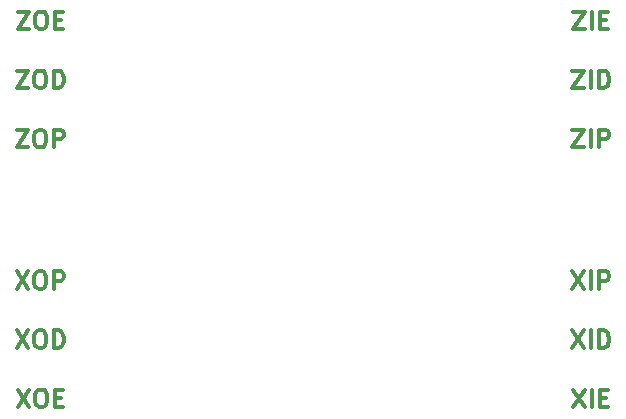
<source format=gbr>
%TF.GenerationSoftware,KiCad,Pcbnew,5.99.0+really5.1.10+dfsg1-1*%
%TF.CreationDate,2021-11-04T11:29:56+11:00*%
%TF.ProjectId,buffer,62756666-6572-42e6-9b69-6361645f7063,rev?*%
%TF.SameCoordinates,PX2faf080PY5f5e100*%
%TF.FileFunction,OtherDrawing,Comment*%
%FSLAX46Y46*%
G04 Gerber Fmt 4.6, Leading zero omitted, Abs format (unit mm)*
G04 Created by KiCad (PCBNEW 5.99.0+really5.1.10+dfsg1-1) date 2021-11-04 11:29:56*
%MOMM*%
%LPD*%
G01*
G04 APERTURE LIST*
%ADD10C,0.300000*%
G04 APERTURE END LIST*
D10*
X9764285Y13621429D02*
X10764285Y12121429D01*
X10764285Y13621429D02*
X9764285Y12121429D01*
X11621428Y13621429D02*
X11907142Y13621429D01*
X12050000Y13550000D01*
X12192857Y13407143D01*
X12264285Y13121429D01*
X12264285Y12621429D01*
X12192857Y12335715D01*
X12050000Y12192858D01*
X11907142Y12121429D01*
X11621428Y12121429D01*
X11478571Y12192858D01*
X11335714Y12335715D01*
X11264285Y12621429D01*
X11264285Y13121429D01*
X11335714Y13407143D01*
X11478571Y13550000D01*
X11621428Y13621429D01*
X12907142Y12121429D02*
X12907142Y13621429D01*
X13478571Y13621429D01*
X13621428Y13550000D01*
X13692857Y13478572D01*
X13764285Y13335715D01*
X13764285Y13121429D01*
X13692857Y12978572D01*
X13621428Y12907143D01*
X13478571Y12835715D01*
X12907142Y12835715D01*
X9835714Y3621429D02*
X10835714Y2121429D01*
X10835714Y3621429D02*
X9835714Y2121429D01*
X11692857Y3621429D02*
X11978571Y3621429D01*
X12121428Y3550000D01*
X12264285Y3407143D01*
X12335714Y3121429D01*
X12335714Y2621429D01*
X12264285Y2335715D01*
X12121428Y2192858D01*
X11978571Y2121429D01*
X11692857Y2121429D01*
X11550000Y2192858D01*
X11407142Y2335715D01*
X11335714Y2621429D01*
X11335714Y3121429D01*
X11407142Y3407143D01*
X11550000Y3550000D01*
X11692857Y3621429D01*
X12978571Y2907143D02*
X13478571Y2907143D01*
X13692857Y2121429D02*
X12978571Y2121429D01*
X12978571Y3621429D01*
X13692857Y3621429D01*
X9764285Y8621429D02*
X10764285Y7121429D01*
X10764285Y8621429D02*
X9764285Y7121429D01*
X11621428Y8621429D02*
X11907142Y8621429D01*
X12050000Y8550000D01*
X12192857Y8407143D01*
X12264285Y8121429D01*
X12264285Y7621429D01*
X12192857Y7335715D01*
X12050000Y7192858D01*
X11907142Y7121429D01*
X11621428Y7121429D01*
X11478571Y7192858D01*
X11335714Y7335715D01*
X11264285Y7621429D01*
X11264285Y8121429D01*
X11335714Y8407143D01*
X11478571Y8550000D01*
X11621428Y8621429D01*
X12907142Y7121429D02*
X12907142Y8621429D01*
X13264285Y8621429D01*
X13478571Y8550000D01*
X13621428Y8407143D01*
X13692857Y8264286D01*
X13764285Y7978572D01*
X13764285Y7764286D01*
X13692857Y7478572D01*
X13621428Y7335715D01*
X13478571Y7192858D01*
X13264285Y7121429D01*
X12907142Y7121429D01*
X9764285Y25621429D02*
X10764285Y25621429D01*
X9764285Y24121429D01*
X10764285Y24121429D01*
X11621428Y25621429D02*
X11907142Y25621429D01*
X12050000Y25550000D01*
X12192857Y25407143D01*
X12264285Y25121429D01*
X12264285Y24621429D01*
X12192857Y24335715D01*
X12050000Y24192858D01*
X11907142Y24121429D01*
X11621428Y24121429D01*
X11478571Y24192858D01*
X11335714Y24335715D01*
X11264285Y24621429D01*
X11264285Y25121429D01*
X11335714Y25407143D01*
X11478571Y25550000D01*
X11621428Y25621429D01*
X12907142Y24121429D02*
X12907142Y25621429D01*
X13478571Y25621429D01*
X13621428Y25550000D01*
X13692857Y25478572D01*
X13764285Y25335715D01*
X13764285Y25121429D01*
X13692857Y24978572D01*
X13621428Y24907143D01*
X13478571Y24835715D01*
X12907142Y24835715D01*
X9764285Y30621429D02*
X10764285Y30621429D01*
X9764285Y29121429D01*
X10764285Y29121429D01*
X11621428Y30621429D02*
X11907142Y30621429D01*
X12050000Y30550000D01*
X12192857Y30407143D01*
X12264285Y30121429D01*
X12264285Y29621429D01*
X12192857Y29335715D01*
X12050000Y29192858D01*
X11907142Y29121429D01*
X11621428Y29121429D01*
X11478571Y29192858D01*
X11335714Y29335715D01*
X11264285Y29621429D01*
X11264285Y30121429D01*
X11335714Y30407143D01*
X11478571Y30550000D01*
X11621428Y30621429D01*
X12907142Y29121429D02*
X12907142Y30621429D01*
X13264285Y30621429D01*
X13478571Y30550000D01*
X13621428Y30407143D01*
X13692857Y30264286D01*
X13764285Y29978572D01*
X13764285Y29764286D01*
X13692857Y29478572D01*
X13621428Y29335715D01*
X13478571Y29192858D01*
X13264285Y29121429D01*
X12907142Y29121429D01*
X9835714Y35621429D02*
X10835714Y35621429D01*
X9835714Y34121429D01*
X10835714Y34121429D01*
X11692857Y35621429D02*
X11978571Y35621429D01*
X12121428Y35550000D01*
X12264285Y35407143D01*
X12335714Y35121429D01*
X12335714Y34621429D01*
X12264285Y34335715D01*
X12121428Y34192858D01*
X11978571Y34121429D01*
X11692857Y34121429D01*
X11550000Y34192858D01*
X11407142Y34335715D01*
X11335714Y34621429D01*
X11335714Y35121429D01*
X11407142Y35407143D01*
X11550000Y35550000D01*
X11692857Y35621429D01*
X12978571Y34907143D02*
X13478571Y34907143D01*
X13692857Y34121429D02*
X12978571Y34121429D01*
X12978571Y35621429D01*
X13692857Y35621429D01*
X56792857Y25621429D02*
X57792857Y25621429D01*
X56792857Y24121429D01*
X57792857Y24121429D01*
X58364285Y24121429D02*
X58364285Y25621429D01*
X59078571Y24121429D02*
X59078571Y25621429D01*
X59650000Y25621429D01*
X59792857Y25550000D01*
X59864285Y25478572D01*
X59935714Y25335715D01*
X59935714Y25121429D01*
X59864285Y24978572D01*
X59792857Y24907143D01*
X59650000Y24835715D01*
X59078571Y24835715D01*
X56792857Y30621429D02*
X57792857Y30621429D01*
X56792857Y29121429D01*
X57792857Y29121429D01*
X58364285Y29121429D02*
X58364285Y30621429D01*
X59078571Y29121429D02*
X59078571Y30621429D01*
X59435714Y30621429D01*
X59650000Y30550000D01*
X59792857Y30407143D01*
X59864285Y30264286D01*
X59935714Y29978572D01*
X59935714Y29764286D01*
X59864285Y29478572D01*
X59792857Y29335715D01*
X59650000Y29192858D01*
X59435714Y29121429D01*
X59078571Y29121429D01*
X56864285Y35621429D02*
X57864285Y35621429D01*
X56864285Y34121429D01*
X57864285Y34121429D01*
X58435714Y34121429D02*
X58435714Y35621429D01*
X59150000Y34907143D02*
X59650000Y34907143D01*
X59864285Y34121429D02*
X59150000Y34121429D01*
X59150000Y35621429D01*
X59864285Y35621429D01*
X56792857Y13621429D02*
X57792857Y12121429D01*
X57792857Y13621429D02*
X56792857Y12121429D01*
X58364285Y12121429D02*
X58364285Y13621429D01*
X59078571Y12121429D02*
X59078571Y13621429D01*
X59650000Y13621429D01*
X59792857Y13550000D01*
X59864285Y13478572D01*
X59935714Y13335715D01*
X59935714Y13121429D01*
X59864285Y12978572D01*
X59792857Y12907143D01*
X59650000Y12835715D01*
X59078571Y12835715D01*
X56792857Y8621429D02*
X57792857Y7121429D01*
X57792857Y8621429D02*
X56792857Y7121429D01*
X58364285Y7121429D02*
X58364285Y8621429D01*
X59078571Y7121429D02*
X59078571Y8621429D01*
X59435714Y8621429D01*
X59650000Y8550000D01*
X59792857Y8407143D01*
X59864285Y8264286D01*
X59935714Y7978572D01*
X59935714Y7764286D01*
X59864285Y7478572D01*
X59792857Y7335715D01*
X59650000Y7192858D01*
X59435714Y7121429D01*
X59078571Y7121429D01*
X56864285Y3621429D02*
X57864285Y2121429D01*
X57864285Y3621429D02*
X56864285Y2121429D01*
X58435714Y2121429D02*
X58435714Y3621429D01*
X59150000Y2907143D02*
X59650000Y2907143D01*
X59864285Y2121429D02*
X59150000Y2121429D01*
X59150000Y3621429D01*
X59864285Y3621429D01*
M02*

</source>
